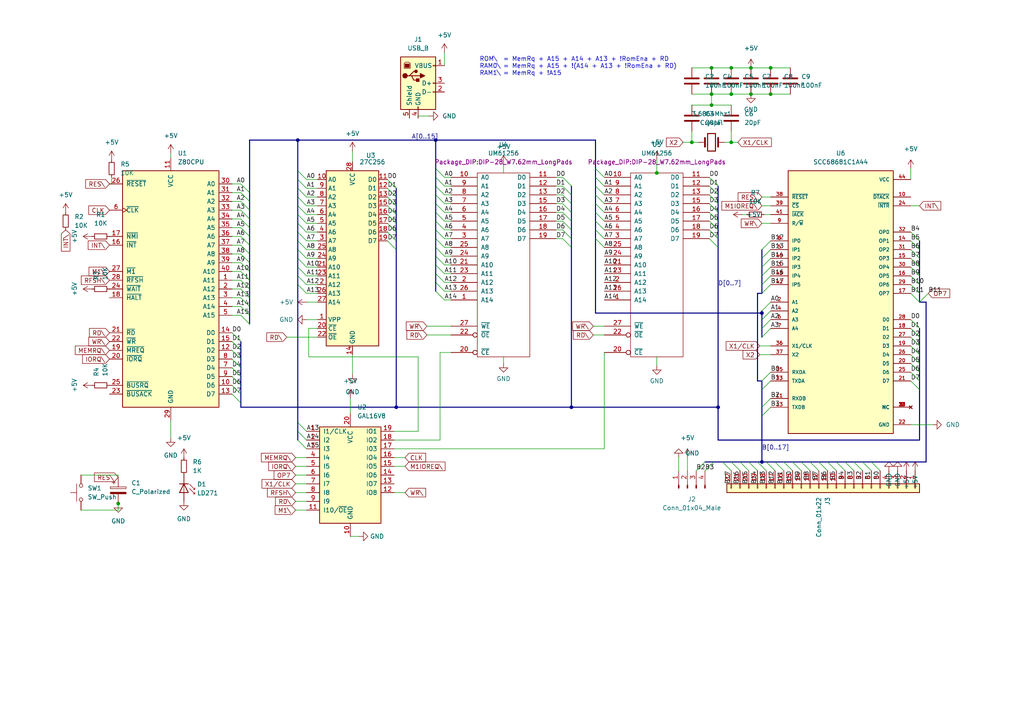
<source format=kicad_sch>
(kicad_sch (version 20211123) (generator eeschema)
  (paper "A4")
  (junction (at 86.36 40.64))
  (junction (at 34.29 146.05))
  (junction (at 208.28 118.11))
  (junction (at 223.52 19.685))
  (junction (at 190.5 50.165))
  (junction (at 114.935 118.11))
  (junction (at 165.735 118.11))
  (junction (at 206.375 30.48))
  (junction (at 206.375 27.305))
  (junction (at 212.09 41.275))
  (junction (at 220.98 90.805))
  (junction (at 200.66 41.275))
  (junction (at 206.375 19.685))
  (junction (at 223.52 27.305))
  (junction (at 126.365 40.64))
  (junction (at 217.805 27.305))
  (junction (at 212.09 27.305))
  (junction (at 217.805 19.685))
  (junction (at 212.09 19.685))
  (junction (at 220.98 133.985))
  (bus_entry (at 223.52 107.95) (size -2.54 2.54))
  (bus_entry (at 72.39 55.88) (size -2.54 -2.54))
  (bus_entry (at 86.36 122.555) (size 2.54 2.54))
  (bus_entry (at 86.36 127.635) (size 2.54 2.54))
  (bus_entry (at 86.36 125.095) (size 2.54 2.54))
  (bus_entry (at 86.36 52.07) (size 2.54 2.54))
  (bus_entry (at 86.36 54.61) (size 2.54 2.54))
  (bus_entry (at 86.36 57.15) (size 2.54 2.54))
  (bus_entry (at 86.36 64.77) (size 2.54 2.54))
  (bus_entry (at 86.36 67.31) (size 2.54 2.54))
  (bus_entry (at 86.36 69.85) (size 2.54 2.54))
  (bus_entry (at 86.36 72.39) (size 2.54 2.54))
  (bus_entry (at 86.36 74.93) (size 2.54 2.54))
  (bus_entry (at 86.36 77.47) (size 2.54 2.54))
  (bus_entry (at 86.36 59.69) (size 2.54 2.54))
  (bus_entry (at 86.36 62.23) (size 2.54 2.54))
  (bus_entry (at 86.36 82.55) (size 2.54 2.54))
  (bus_entry (at 86.36 80.01) (size 2.54 2.54))
  (bus_entry (at 69.85 91.44) (size 2.54 2.54))
  (bus_entry (at 172.72 61.595) (size 2.54 2.54))
  (bus_entry (at 172.72 59.055) (size 2.54 2.54))
  (bus_entry (at 172.72 64.135) (size 2.54 2.54))
  (bus_entry (at 172.72 66.675) (size 2.54 2.54))
  (bus_entry (at 172.72 69.215) (size 2.54 2.54))
  (bus_entry (at 172.72 48.895) (size 2.54 2.54))
  (bus_entry (at 172.72 51.435) (size 2.54 2.54))
  (bus_entry (at 172.72 53.975) (size 2.54 2.54))
  (bus_entry (at 172.72 56.515) (size 2.54 2.54))
  (bus_entry (at 264.16 67.31) (size 2.54 2.54))
  (bus_entry (at 264.16 82.55) (size 2.54 2.54))
  (bus_entry (at 264.16 85.09) (size 2.54 2.54))
  (bus_entry (at 264.16 80.01) (size 2.54 2.54))
  (bus_entry (at 264.16 69.85) (size 2.54 2.54))
  (bus_entry (at 264.16 72.39) (size 2.54 2.54))
  (bus_entry (at 264.16 74.93) (size 2.54 2.54))
  (bus_entry (at 264.16 77.47) (size 2.54 2.54))
  (bus_entry (at 205.74 51.435) (size 2.54 2.54))
  (bus_entry (at 205.74 66.675) (size 2.54 2.54))
  (bus_entry (at 205.74 69.215) (size 2.54 2.54))
  (bus_entry (at 205.74 59.055) (size 2.54 2.54))
  (bus_entry (at 205.74 61.595) (size 2.54 2.54))
  (bus_entry (at 205.74 64.135) (size 2.54 2.54))
  (bus_entry (at 205.74 53.975) (size 2.54 2.54))
  (bus_entry (at 205.74 56.515) (size 2.54 2.54))
  (bus_entry (at 220.98 97.79) (size 2.54 -2.54))
  (bus_entry (at 126.365 81.915) (size 2.54 2.54))
  (bus_entry (at 126.365 74.295) (size 2.54 2.54))
  (bus_entry (at 126.365 76.835) (size 2.54 2.54))
  (bus_entry (at 126.365 79.375) (size 2.54 2.54))
  (bus_entry (at 126.365 48.895) (size 2.54 2.54))
  (bus_entry (at 126.365 51.435) (size 2.54 2.54))
  (bus_entry (at 126.365 53.975) (size 2.54 2.54))
  (bus_entry (at 126.365 56.515) (size 2.54 2.54))
  (bus_entry (at 126.365 59.055) (size 2.54 2.54))
  (bus_entry (at 126.365 61.595) (size 2.54 2.54))
  (bus_entry (at 126.365 64.135) (size 2.54 2.54))
  (bus_entry (at 126.365 66.675) (size 2.54 2.54))
  (bus_entry (at 126.365 69.215) (size 2.54 2.54))
  (bus_entry (at 126.365 71.755) (size 2.54 2.54))
  (bus_entry (at 126.365 84.455) (size 2.54 2.54))
  (bus_entry (at 112.395 64.77) (size 2.54 2.54))
  (bus_entry (at 112.395 67.31) (size 2.54 2.54))
  (bus_entry (at 112.395 69.85) (size 2.54 2.54))
  (bus_entry (at 112.395 57.15) (size 2.54 2.54))
  (bus_entry (at 112.395 59.69) (size 2.54 2.54))
  (bus_entry (at 112.395 62.23) (size 2.54 2.54))
  (bus_entry (at 112.395 52.07) (size 2.54 2.54))
  (bus_entry (at 112.395 54.61) (size 2.54 2.54))
  (bus_entry (at 69.85 88.9) (size 2.54 2.54))
  (bus_entry (at 220.98 95.25) (size 2.54 -2.54))
  (bus_entry (at 220.98 92.71) (size 2.54 -2.54))
  (bus_entry (at 220.98 90.17) (size 2.54 -2.54))
  (bus_entry (at 67.31 96.52) (size 2.54 2.54))
  (bus_entry (at 67.31 101.6) (size 2.54 2.54))
  (bus_entry (at 67.31 99.06) (size 2.54 2.54))
  (bus_entry (at 67.31 106.68) (size 2.54 2.54))
  (bus_entry (at 67.31 104.14) (size 2.54 2.54))
  (bus_entry (at 67.31 109.22) (size 2.54 2.54))
  (bus_entry (at 67.31 111.76) (size 2.54 2.54))
  (bus_entry (at 67.31 114.3) (size 2.54 2.54))
  (bus_entry (at 69.85 81.28) (size 2.54 2.54))
  (bus_entry (at 69.85 83.82) (size 2.54 2.54))
  (bus_entry (at 69.85 86.36) (size 2.54 2.54))
  (bus_entry (at 69.85 66.04) (size 2.54 2.54))
  (bus_entry (at 69.85 68.58) (size 2.54 2.54))
  (bus_entry (at 69.85 71.12) (size 2.54 2.54))
  (bus_entry (at 69.85 73.66) (size 2.54 2.54))
  (bus_entry (at 69.85 76.2) (size 2.54 2.54))
  (bus_entry (at 69.85 78.74) (size 2.54 2.54))
  (bus_entry (at 69.85 60.96) (size 2.54 2.54))
  (bus_entry (at 69.85 63.5) (size 2.54 2.54))
  (bus_entry (at 69.85 55.88) (size 2.54 2.54))
  (bus_entry (at 242.57 133.985) (size 2.54 2.54))
  (bus_entry (at 234.95 133.985) (size 2.54 2.54))
  (bus_entry (at 232.41 133.985) (size 2.54 2.54))
  (bus_entry (at 240.03 133.985) (size 2.54 2.54))
  (bus_entry (at 237.49 133.985) (size 2.54 2.54))
  (bus_entry (at 224.79 133.985) (size 2.54 2.54))
  (bus_entry (at 222.25 133.985) (size 2.54 2.54))
  (bus_entry (at 219.71 133.985) (size 2.54 2.54))
  (bus_entry (at 217.17 133.985) (size 2.54 2.54))
  (bus_entry (at 214.63 133.985) (size 2.54 2.54))
  (bus_entry (at 212.09 133.985) (size 2.54 2.54))
  (bus_entry (at 209.55 133.985) (size 2.54 2.54))
  (bus_entry (at 250.19 133.985) (size 2.54 2.54))
  (bus_entry (at 252.73 133.985) (size 2.54 2.54))
  (bus_entry (at 229.87 133.985) (size 2.54 2.54))
  (bus_entry (at 227.33 133.985) (size 2.54 2.54))
  (bus_entry (at 247.65 133.985) (size 2.54 2.54))
  (bus_entry (at 245.11 133.985) (size 2.54 2.54))
  (bus_entry (at 163.195 51.435) (size 2.54 2.54))
  (bus_entry (at 163.195 53.975) (size 2.54 2.54))
  (bus_entry (at 163.195 61.595) (size 2.54 2.54))
  (bus_entry (at 163.195 64.135) (size 2.54 2.54))
  (bus_entry (at 163.195 66.675) (size 2.54 2.54))
  (bus_entry (at 163.195 69.215) (size 2.54 2.54))
  (bus_entry (at 163.195 56.515) (size 2.54 2.54))
  (bus_entry (at 163.195 59.055) (size 2.54 2.54))
  (bus_entry (at 269.24 85.09) (size -2.54 2.54))
  (bus_entry (at 264.16 110.49) (size 2.54 2.54))
  (bus_entry (at 264.16 97.79) (size 2.54 2.54))
  (bus_entry (at 264.16 100.33) (size 2.54 2.54))
  (bus_entry (at 264.16 102.87) (size 2.54 2.54))
  (bus_entry (at 264.16 105.41) (size 2.54 2.54))
  (bus_entry (at 264.16 107.95) (size 2.54 2.54))
  (bus_entry (at 264.16 92.71) (size 2.54 2.54))
  (bus_entry (at 264.16 95.25) (size 2.54 2.54))
  (bus_entry (at 86.36 49.53) (size 2.54 2.54))
  (bus_entry (at 69.85 58.42) (size 2.54 2.54))
  (bus_entry (at 223.52 69.85) (size -2.54 2.54))
  (bus_entry (at 223.52 72.39) (size -2.54 2.54))
  (bus_entry (at 223.52 74.93) (size -2.54 2.54))
  (bus_entry (at 223.52 77.47) (size -2.54 2.54))
  (bus_entry (at 223.52 80.01) (size -2.54 2.54))
  (bus_entry (at 223.52 82.55) (size -2.54 2.54))
  (bus_entry (at 204.47 136.525) (size 2.54 -2.54))
  (bus_entry (at 201.93 136.525) (size 2.54 -2.54))
  (bus_entry (at 220.98 113.03) (size 2.54 -2.54))
  (bus_entry (at 220.98 118.11) (size 2.54 -2.54))
  (bus_entry (at 220.98 120.65) (size 2.54 -2.54))
  (bus (pts (xy 72.39 63.5) (xy 72.39 60.96)))
  (wire (pts (xy 217.805 19.685) (xy 223.52 19.685)))
  (wire (pts (xy 67.31 76.2) (xy 69.85 76.2)))
  (wire (pts (xy 32.385 53.34) (xy 31.75 53.34)))
  (bus (pts (xy 72.39 83.82) (xy 72.39 81.28)))
  (bus (pts (xy 69.85 111.76) (xy 69.85 114.3)))
  (wire (pts (xy 199.39 132.715) (xy 199.39 136.525)))
  (wire (pts (xy 206.375 30.48) (xy 212.09 30.48)))
  (bus (pts (xy 72.39 58.42) (xy 72.39 55.88)))
  (bus (pts (xy 69.85 114.3) (xy 69.85 116.84)))
  (wire (pts (xy 196.85 132.715) (xy 196.85 136.525)))
  (bus (pts (xy 266.7 85.09) (xy 266.7 87.63)))
  (wire (pts (xy 88.9 72.39) (xy 92.075 72.39)))
  (wire (pts (xy 264.16 123.19) (xy 270.51 123.19)))
  (bus (pts (xy 220.98 92.71) (xy 220.98 95.25)))
  (wire (pts (xy 198.12 41.275) (xy 200.66 41.275)))
  (bus (pts (xy 266.7 107.95) (xy 266.7 110.49)))
  (bus (pts (xy 212.09 133.985) (xy 214.63 133.985)))
  (wire (pts (xy 121.285 125.095) (xy 121.285 103.505)))
  (wire (pts (xy 102.235 43.815) (xy 102.235 46.99)))
  (wire (pts (xy 67.31 68.58) (xy 69.85 68.58)))
  (wire (pts (xy 85.725 140.335) (xy 88.9 140.335)))
  (bus (pts (xy 86.36 77.47) (xy 86.36 80.01)))
  (bus (pts (xy 126.365 56.515) (xy 126.365 59.055)))
  (wire (pts (xy 88.9 80.01) (xy 92.075 80.01)))
  (wire (pts (xy 264.16 48.895) (xy 264.16 52.07)))
  (wire (pts (xy 190.5 46.355) (xy 190.5 50.165)))
  (bus (pts (xy 172.72 61.595) (xy 172.72 64.135)))
  (bus (pts (xy 72.39 40.64) (xy 72.39 55.88)))
  (bus (pts (xy 266.7 100.33) (xy 266.7 102.87)))
  (wire (pts (xy 67.31 73.66) (xy 69.85 73.66)))
  (wire (pts (xy 128.905 53.975) (xy 130.81 53.975)))
  (wire (pts (xy 200.66 27.305) (xy 206.375 27.305)))
  (bus (pts (xy 114.935 62.23) (xy 114.935 64.77)))
  (bus (pts (xy 86.36 52.07) (xy 86.36 54.61)))
  (bus (pts (xy 229.87 133.985) (xy 232.41 133.985)))
  (wire (pts (xy 128.905 71.755) (xy 130.81 71.755)))
  (bus (pts (xy 266.7 102.87) (xy 266.7 105.41)))
  (bus (pts (xy 86.36 54.61) (xy 86.36 57.15)))
  (bus (pts (xy 72.39 86.36) (xy 72.39 83.82)))
  (wire (pts (xy 123.825 97.155) (xy 130.81 97.155)))
  (wire (pts (xy 88.9 67.31) (xy 92.075 67.31)))
  (bus (pts (xy 114.935 118.11) (xy 165.735 118.11)))
  (wire (pts (xy 172.085 97.155) (xy 175.26 97.155)))
  (wire (pts (xy 128.905 59.055) (xy 130.81 59.055)))
  (bus (pts (xy 126.365 71.755) (xy 126.365 74.295)))
  (bus (pts (xy 250.19 133.985) (xy 252.73 133.985)))
  (bus (pts (xy 126.365 51.435) (xy 126.365 53.975)))
  (bus (pts (xy 126.365 76.835) (xy 126.365 79.375)))
  (bus (pts (xy 114.935 72.39) (xy 114.935 118.11)))
  (bus (pts (xy 172.72 66.675) (xy 172.72 69.215)))
  (bus (pts (xy 172.72 53.975) (xy 172.72 56.515)))
  (wire (pts (xy 23.495 137.795) (xy 34.29 137.795)))
  (bus (pts (xy 220.98 80.01) (xy 220.98 82.55)))
  (wire (pts (xy 161.29 53.975) (xy 163.195 53.975)))
  (bus (pts (xy 72.39 91.44) (xy 72.39 93.98)))
  (wire (pts (xy 146.05 103.505) (xy 146.05 105.41)))
  (wire (pts (xy 85.725 135.255) (xy 88.9 135.255)))
  (bus (pts (xy 86.36 125.095) (xy 86.36 127.635)))
  (wire (pts (xy 67.31 86.36) (xy 69.85 86.36)))
  (wire (pts (xy 121.285 33.655) (xy 121.285 34.29)))
  (bus (pts (xy 208.28 59.055) (xy 208.28 61.595)))
  (bus (pts (xy 126.365 61.595) (xy 126.365 64.135)))
  (wire (pts (xy 88.9 59.69) (xy 92.075 59.69)))
  (wire (pts (xy 67.31 66.04) (xy 69.85 66.04)))
  (wire (pts (xy 34.29 146.05) (xy 34.29 147.955)))
  (wire (pts (xy 220.98 57.15) (xy 223.52 57.15)))
  (bus (pts (xy 266.7 105.41) (xy 266.7 107.95)))
  (wire (pts (xy 89.535 95.25) (xy 92.075 95.25)))
  (bus (pts (xy 208.28 66.675) (xy 208.28 69.215)))
  (bus (pts (xy 69.85 99.06) (xy 69.85 101.6)))
  (bus (pts (xy 72.39 40.64) (xy 86.36 40.64)))
  (wire (pts (xy 161.29 56.515) (xy 163.195 56.515)))
  (wire (pts (xy 206.375 19.685) (xy 212.09 19.685)))
  (bus (pts (xy 220.98 95.25) (xy 220.98 97.79)))
  (wire (pts (xy 128.905 69.215) (xy 130.81 69.215)))
  (bus (pts (xy 220.98 74.93) (xy 220.98 77.47)))
  (wire (pts (xy 114.3 125.095) (xy 121.285 125.095)))
  (bus (pts (xy 172.72 48.895) (xy 172.72 51.435)))
  (wire (pts (xy 161.29 61.595) (xy 163.195 61.595)))
  (wire (pts (xy 175.26 102.235) (xy 175.26 130.175)))
  (wire (pts (xy 34.29 144.145) (xy 34.29 146.05)))
  (bus (pts (xy 126.365 48.895) (xy 126.365 51.435)))
  (bus (pts (xy 165.735 59.055) (xy 165.735 61.595)))
  (bus (pts (xy 220.98 110.49) (xy 219.71 110.49)))
  (wire (pts (xy 85.725 142.875) (xy 88.9 142.875)))
  (wire (pts (xy 128.905 74.295) (xy 130.81 74.295)))
  (wire (pts (xy 88.9 52.07) (xy 92.075 52.07)))
  (bus (pts (xy 126.365 53.975) (xy 126.365 56.515)))
  (bus (pts (xy 208.28 56.515) (xy 208.28 59.055)))
  (bus (pts (xy 114.935 67.31) (xy 114.935 69.85)))
  (bus (pts (xy 86.36 69.85) (xy 86.36 72.39)))
  (bus (pts (xy 72.39 66.04) (xy 72.39 63.5)))
  (wire (pts (xy 85.725 145.415) (xy 88.9 145.415)))
  (bus (pts (xy 219.71 85.09) (xy 220.98 85.09)))
  (bus (pts (xy 86.36 64.77) (xy 86.36 67.31)))
  (bus (pts (xy 86.36 74.93) (xy 86.36 77.47)))
  (wire (pts (xy 161.29 59.055) (xy 163.195 59.055)))
  (bus (pts (xy 266.7 110.49) (xy 266.7 113.03)))
  (bus (pts (xy 72.39 71.12) (xy 72.39 68.58)))
  (wire (pts (xy 67.31 78.74) (xy 69.85 78.74)))
  (bus (pts (xy 220.98 113.03) (xy 220.98 118.11)))
  (wire (pts (xy 200.66 38.1) (xy 200.66 41.275)))
  (bus (pts (xy 266.7 113.03) (xy 266.7 127.635)))
  (bus (pts (xy 172.72 64.135) (xy 172.72 66.675)))
  (bus (pts (xy 220.98 82.55) (xy 220.98 85.09)))
  (bus (pts (xy 207.01 133.985) (xy 209.55 133.985)))
  (wire (pts (xy 128.905 64.135) (xy 130.81 64.135)))
  (bus (pts (xy 126.365 40.64) (xy 172.72 40.64)))
  (wire (pts (xy 85.725 137.795) (xy 88.9 137.795)))
  (wire (pts (xy 128.905 76.835) (xy 130.81 76.835)))
  (wire (pts (xy 175.26 130.175) (xy 114.3 130.175)))
  (bus (pts (xy 114.935 59.69) (xy 114.935 62.23)))
  (bus (pts (xy 165.735 56.515) (xy 165.735 59.055)))
  (wire (pts (xy 128.905 15.24) (xy 128.905 19.05)))
  (bus (pts (xy 114.935 69.85) (xy 114.935 72.39)))
  (bus (pts (xy 220.98 120.65) (xy 220.98 133.985)))
  (bus (pts (xy 217.17 133.985) (xy 219.71 133.985)))
  (wire (pts (xy 85.725 132.715) (xy 88.9 132.715)))
  (bus (pts (xy 266.7 87.63) (xy 268.605 87.63)))
  (wire (pts (xy 220.345 100.33) (xy 223.52 100.33)))
  (wire (pts (xy 212.09 27.305) (xy 217.805 27.305)))
  (bus (pts (xy 219.71 133.985) (xy 220.98 133.985)))
  (wire (pts (xy 128.905 66.675) (xy 130.81 66.675)))
  (bus (pts (xy 172.72 56.515) (xy 172.72 59.055)))
  (bus (pts (xy 72.39 81.28) (xy 72.39 78.74)))
  (wire (pts (xy 220.345 102.87) (xy 223.52 102.87)))
  (bus (pts (xy 247.65 133.985) (xy 250.19 133.985)))
  (wire (pts (xy 212.09 41.275) (xy 213.995 41.275)))
  (wire (pts (xy 212.09 19.685) (xy 217.805 19.685)))
  (wire (pts (xy 88.9 87.63) (xy 92.075 87.63)))
  (bus (pts (xy 165.735 66.675) (xy 165.735 69.215)))
  (wire (pts (xy 206.375 27.305) (xy 206.375 30.48)))
  (bus (pts (xy 86.36 80.01) (xy 86.36 82.55)))
  (wire (pts (xy 210.185 41.275) (xy 212.09 41.275)))
  (bus (pts (xy 208.28 69.215) (xy 208.28 71.755)))
  (bus (pts (xy 69.85 118.11) (xy 114.935 118.11)))
  (bus (pts (xy 114.935 54.61) (xy 114.935 57.15)))
  (wire (pts (xy 88.9 54.61) (xy 92.075 54.61)))
  (bus (pts (xy 220.98 133.985) (xy 222.25 133.985)))
  (bus (pts (xy 209.55 133.985) (xy 212.09 133.985)))
  (bus (pts (xy 165.735 61.595) (xy 165.735 64.135)))
  (bus (pts (xy 266.7 97.79) (xy 266.7 100.33)))
  (wire (pts (xy 102.235 102.87) (xy 102.235 108.585)))
  (bus (pts (xy 227.33 133.985) (xy 229.87 133.985)))
  (bus (pts (xy 220.98 77.47) (xy 220.98 80.01)))
  (wire (pts (xy 206.375 27.305) (xy 212.09 27.305)))
  (wire (pts (xy 212.09 41.275) (xy 212.09 38.1)))
  (wire (pts (xy 128.905 84.455) (xy 130.81 84.455)))
  (bus (pts (xy 266.7 74.93) (xy 266.7 77.47)))
  (wire (pts (xy 67.31 58.42) (xy 69.85 58.42)))
  (bus (pts (xy 165.735 53.975) (xy 165.735 56.515)))
  (bus (pts (xy 220.98 90.17) (xy 220.98 90.805)))
  (bus (pts (xy 234.95 133.985) (xy 237.49 133.985)))
  (wire (pts (xy 88.9 92.71) (xy 92.075 92.71)))
  (bus (pts (xy 232.41 133.985) (xy 234.95 133.985)))
  (bus (pts (xy 172.72 59.055) (xy 172.72 61.595)))
  (bus (pts (xy 72.39 68.58) (xy 72.39 66.04)))
  (wire (pts (xy 128.905 79.375) (xy 130.81 79.375)))
  (wire (pts (xy 128.905 51.435) (xy 130.81 51.435)))
  (bus (pts (xy 69.85 109.22) (xy 69.85 111.76)))
  (bus (pts (xy 220.98 90.805) (xy 220.98 92.71)))
  (bus (pts (xy 126.365 79.375) (xy 126.365 81.915)))
  (wire (pts (xy 114.3 132.715) (xy 117.475 132.715)))
  (wire (pts (xy 128.905 86.995) (xy 130.81 86.995)))
  (bus (pts (xy 172.72 90.805) (xy 220.98 90.805)))
  (bus (pts (xy 72.39 88.9) (xy 72.39 86.36)))
  (bus (pts (xy 126.365 40.64) (xy 126.365 48.895)))
  (bus (pts (xy 219.71 110.49) (xy 219.71 85.09)))
  (bus (pts (xy 266.7 95.25) (xy 266.7 97.79)))
  (wire (pts (xy 121.285 103.505) (xy 89.535 103.505)))
  (wire (pts (xy 123.825 94.615) (xy 130.81 94.615)))
  (wire (pts (xy 89.535 95.25) (xy 89.535 103.505)))
  (bus (pts (xy 214.63 133.985) (xy 217.17 133.985)))
  (bus (pts (xy 86.36 82.55) (xy 86.36 122.555)))
  (bus (pts (xy 86.36 59.69) (xy 86.36 62.23)))
  (bus (pts (xy 240.03 133.985) (xy 242.57 133.985)))
  (wire (pts (xy 88.9 57.15) (xy 92.075 57.15)))
  (wire (pts (xy 67.31 83.82) (xy 69.85 83.82)))
  (bus (pts (xy 220.98 110.49) (xy 220.98 113.03)))
  (wire (pts (xy 67.31 71.12) (xy 69.85 71.12)))
  (wire (pts (xy 49.53 44.45) (xy 49.53 45.72)))
  (bus (pts (xy 69.85 116.84) (xy 69.85 118.11)))
  (wire (pts (xy 83.185 97.79) (xy 92.075 97.79)))
  (wire (pts (xy 32.385 51.435) (xy 32.385 53.34)))
  (bus (pts (xy 126.365 64.135) (xy 126.365 66.675)))
  (wire (pts (xy 88.9 82.55) (xy 92.075 82.55)))
  (bus (pts (xy 208.28 61.595) (xy 208.28 64.135)))
  (bus (pts (xy 172.72 69.215) (xy 172.72 90.805)))
  (wire (pts (xy 114.3 142.875) (xy 117.475 142.875)))
  (bus (pts (xy 69.85 106.68) (xy 69.85 109.22)))
  (bus (pts (xy 266.7 72.39) (xy 266.7 74.93)))
  (wire (pts (xy 88.9 85.09) (xy 92.075 85.09)))
  (bus (pts (xy 172.72 51.435) (xy 172.72 53.975)))
  (wire (pts (xy 221.615 62.23) (xy 223.52 62.23)))
  (wire (pts (xy 190.5 103.505) (xy 190.5 106.045)))
  (bus (pts (xy 86.36 67.31) (xy 86.36 69.85)))
  (bus (pts (xy 86.36 72.39) (xy 86.36 74.93)))
  (wire (pts (xy 34.29 137.795) (xy 34.29 138.43)))
  (bus (pts (xy 69.85 104.14) (xy 69.85 106.68)))
  (wire (pts (xy 67.31 88.9) (xy 69.85 88.9)))
  (wire (pts (xy 67.31 63.5) (xy 69.85 63.5)))
  (wire (pts (xy 128.905 56.515) (xy 130.81 56.515)))
  (wire (pts (xy 88.9 77.47) (xy 92.075 77.47)))
  (wire (pts (xy 220.98 59.69) (xy 223.52 59.69)))
  (bus (pts (xy 208.28 118.11) (xy 208.28 127.635)))
  (wire (pts (xy 161.29 64.135) (xy 163.195 64.135)))
  (wire (pts (xy 127.635 127.635) (xy 127.635 102.235)))
  (wire (pts (xy 88.9 74.93) (xy 92.075 74.93)))
  (wire (pts (xy 161.29 51.435) (xy 163.195 51.435)))
  (bus (pts (xy 165.735 71.755) (xy 165.735 118.11)))
  (bus (pts (xy 242.57 133.985) (xy 245.11 133.985)))
  (bus (pts (xy 222.25 133.985) (xy 224.79 133.985)))
  (wire (pts (xy 127.635 102.235) (xy 130.81 102.235)))
  (bus (pts (xy 69.85 101.6) (xy 69.85 104.14)))
  (bus (pts (xy 126.365 59.055) (xy 126.365 61.595)))
  (bus (pts (xy 237.49 133.985) (xy 240.03 133.985)))
  (wire (pts (xy 264.16 59.69) (xy 266.7 59.69)))
  (wire (pts (xy 114.3 135.255) (xy 117.475 135.255)))
  (bus (pts (xy 266.7 82.55) (xy 266.7 85.09)))
  (bus (pts (xy 208.28 127.635) (xy 266.7 127.635)))
  (bus (pts (xy 72.39 88.9) (xy 72.39 91.44)))
  (wire (pts (xy 128.905 81.915) (xy 130.81 81.915)))
  (bus (pts (xy 172.72 40.64) (xy 172.72 48.895)))
  (bus (pts (xy 165.735 64.135) (xy 165.735 66.675)))
  (bus (pts (xy 72.39 73.66) (xy 72.39 71.12)))
  (bus (pts (xy 245.11 133.985) (xy 247.65 133.985)))
  (bus (pts (xy 268.605 133.985) (xy 252.73 133.985)))
  (bus (pts (xy 86.36 57.15) (xy 86.36 59.69)))
  (bus (pts (xy 72.39 76.2) (xy 72.39 73.66)))
  (bus (pts (xy 266.7 77.47) (xy 266.7 80.01)))
  (wire (pts (xy 124.46 33.655) (xy 121.285 33.655)))
  (wire (pts (xy 220.98 64.77) (xy 223.52 64.77)))
  (wire (pts (xy 67.31 60.96) (xy 69.85 60.96)))
  (wire (pts (xy 101.6 155.575) (xy 104.14 155.575)))
  (bus (pts (xy 126.365 66.675) (xy 126.365 69.215)))
  (bus (pts (xy 224.79 133.985) (xy 227.33 133.985)))
  (wire (pts (xy 88.9 64.77) (xy 92.075 64.77)))
  (bus (pts (xy 204.47 133.985) (xy 207.01 133.985)))
  (wire (pts (xy 88.9 69.85) (xy 92.075 69.85)))
  (bus (pts (xy 126.365 69.215) (xy 126.365 71.755)))
  (bus (pts (xy 86.36 62.23) (xy 86.36 64.77)))
  (wire (pts (xy 200.66 30.48) (xy 206.375 30.48)))
  (bus (pts (xy 220.98 72.39) (xy 220.98 74.93)))
  (bus (pts (xy 165.735 69.215) (xy 165.735 71.755)))
  (wire (pts (xy 67.31 55.88) (xy 69.85 55.88)))
  (wire (pts (xy 23.495 147.955) (xy 34.29 147.955)))
  (wire (pts (xy 217.805 27.305) (xy 223.52 27.305)))
  (wire (pts (xy 200.66 41.275) (xy 202.565 41.275)))
  (bus (pts (xy 72.39 78.74) (xy 72.39 76.2)))
  (wire (pts (xy 191.135 50.165) (xy 190.5 50.165)))
  (wire (pts (xy 161.29 66.675) (xy 163.195 66.675)))
  (bus (pts (xy 208.28 53.975) (xy 208.28 56.515)))
  (bus (pts (xy 220.98 118.11) (xy 220.98 120.65)))
  (wire (pts (xy 223.52 27.305) (xy 229.235 27.305)))
  (wire (pts (xy 49.53 121.92) (xy 49.53 127)))
  (bus (pts (xy 114.935 57.15) (xy 114.935 59.69)))
  (wire (pts (xy 128.905 61.595) (xy 130.81 61.595)))
  (bus (pts (xy 126.365 74.295) (xy 126.365 76.835)))
  (bus (pts (xy 208.28 71.755) (xy 208.28 118.11)))
  (bus (pts (xy 165.735 118.11) (xy 208.28 118.11)))
  (bus (pts (xy 86.36 49.53) (xy 86.36 52.07)))
  (bus (pts (xy 268.605 87.63) (xy 268.605 133.985)))
  (wire (pts (xy 215.265 62.23) (xy 216.535 62.23)))
  (wire (pts (xy 200.66 19.685) (xy 206.375 19.685)))
  (wire (pts (xy 223.52 19.685) (xy 229.235 19.685)))
  (wire (pts (xy 146.05 47.625) (xy 146.05 50.165)))
  (wire (pts (xy 67.31 53.34) (xy 69.85 53.34)))
  (wire (pts (xy 88.9 62.23) (xy 92.075 62.23)))
  (bus (pts (xy 86.36 40.64) (xy 86.36 49.53)))
  (bus (pts (xy 86.36 122.555) (xy 86.36 125.095)))
  (wire (pts (xy 127.635 127.635) (xy 114.3 127.635)))
  (wire (pts (xy 161.29 69.215) (xy 163.195 69.215)))
  (wire (pts (xy 101.6 115.57) (xy 101.6 120.015)))
  (bus (pts (xy 86.36 40.64) (xy 126.365 40.64)))
  (bus (pts (xy 72.39 60.96) (xy 72.39 58.42)))
  (bus (pts (xy 126.365 81.915) (xy 126.365 84.455)))
  (bus (pts (xy 266.7 69.85) (xy 266.7 72.39)))
  (bus (pts (xy 266.7 80.01) (xy 266.7 82.55)))
  (bus (pts (xy 208.28 64.135) (xy 208.28 66.675)))
  (wire (pts (xy 67.31 91.44) (xy 69.85 91.44)))
  (bus (pts (xy 114.935 64.77) (xy 114.935 67.31)))
  (wire (pts (xy 172.085 94.615) (xy 175.26 94.615)))
  (wire (pts (xy 67.31 81.28) (xy 69.85 81.28)))
  (wire (pts (xy 85.725 147.955) (xy 88.9 147.955)))
  (text "ROM\\  = MemRq + A15 + A14 + A13 + !RomEna + RD\nRAM0\\ = MemRq + A15 + !(A14 + A13 + !RomEna + RD)\nRAM1\\ = MemRq + !A15\n\n" (at 139.065 24.13 0) (effects (font (size 1.27 1.27)) (justify left bottom)))
  (label "B4" (at 264.16 67.31 0))
  (label "A4" (at 68.58 63.5 0))
  (label "A13" (at 68.58 86.36 0))
  (label "B1" (at 223.52 110.49 0))
  (label "A8" (at 128.905 71.755 0))
  (label "A13" (at 88.9 85.09 0))
  (label "D2" (at 67.31 101.6 0))
  (label "D1" (at 112.395 54.61 0))
  (label "A9" (at 88.9 74.93 0))
  (label "A11" (at 88.9 80.01 0))
  (label "B4" (at 245.11 136.525 270))
  (label "A6" (at 68.58 68.58 0))
  (label "A7" (at 175.26 69.215 0))
  (label "D7" (at 205.74 69.215 0))
  (label "A14" (at 88.9 127.635 0))
  (label "A12" (at 175.26 81.915 0))
  (label "B2" (at 250.19 136.525 270))
  (label "B12" (at 224.79 136.525 270))
  (label "B15" (at 223.52 77.47 0))
  (label "A5" (at 128.905 64.135 0))
  (label "A0" (at 88.9 52.07 0))
  (label "B10" (at 229.87 136.525 270))
  (label "B13" (at 222.25 136.525 270))
  (label "A13" (at 128.905 84.455 0))
  (label "A1" (at 68.58 55.88 0))
  (label "A5" (at 68.58 66.04 0))
  (label "D3" (at 264.16 100.33 0))
  (label "A3" (at 223.52 95.25 0))
  (label "B1" (at 252.73 136.525 270))
  (label "A3" (at 88.9 59.69 0))
  (label "B2" (at 201.93 136.525 0))
  (label "D2" (at 264.16 97.79 0))
  (label "A0" (at 128.905 51.435 0))
  (label "D3" (at 161.29 59.055 0))
  (label "B8" (at 234.95 136.525 270))
  (label "D6" (at 264.16 107.95 0))
  (label "B7" (at 264.16 74.93 0))
  (label "B0" (at 223.52 107.95 0))
  (label "A9" (at 175.26 74.295 0))
  (label "A2" (at 88.9 57.15 0))
  (label "A10" (at 68.58 78.74 0))
  (label "B12" (at 223.52 69.85 0))
  (label "B3" (at 223.52 118.11 0))
  (label "B16" (at 223.52 80.01 0))
  (label "A9" (at 68.58 76.2 0))
  (label "B6" (at 264.16 72.39 0))
  (label "D6" (at 112.395 67.31 0))
  (label "D3" (at 67.31 104.14 0))
  (label "A9" (at 128.905 74.295 0))
  (label "D5" (at 67.31 109.22 0))
  (label "D0" (at 112.395 52.07 0))
  (label "D0" (at 161.29 51.435 0))
  (label "A6" (at 175.26 66.675 0))
  (label "D4" (at 161.29 61.595 0))
  (label "A3" (at 128.905 59.055 0))
  (label "D5" (at 264.16 105.41 0))
  (label "A12" (at 88.9 82.55 0))
  (label "B3" (at 204.47 136.525 0))
  (label "A13" (at 175.26 84.455 0))
  (label "B14" (at 223.52 74.93 0))
  (label "A4" (at 175.26 61.595 0))
  (label "B0" (at 255.27 136.525 270))
  (label "B17" (at 212.09 136.525 270))
  (label "D5" (at 112.395 64.77 0))
  (label "A5" (at 175.26 64.135 0))
  (label "B3" (at 247.65 136.525 270))
  (label "D[0..7]" (at 208.28 83.185 0))
  (label "D3" (at 112.395 59.69 0))
  (label "A13" (at 88.9 125.095 0))
  (label "D6" (at 67.31 111.76 0))
  (label "B6" (at 240.03 136.525 270))
  (label "D7" (at 67.31 114.3 0))
  (label "D4" (at 264.16 102.87 0))
  (label "B9" (at 264.16 80.01 0))
  (label "D2" (at 161.29 56.515 0))
  (label "A6" (at 88.9 67.31 0))
  (label "A5" (at 88.9 64.77 0))
  (label "A14" (at 128.905 86.995 0))
  (label "A3" (at 175.26 59.055 0))
  (label "A15" (at 68.58 91.44 0))
  (label "D1" (at 264.16 95.25 0))
  (label "A11" (at 128.905 79.375 0))
  (label "D7" (at 112.395 69.85 0))
  (label "A6" (at 128.905 66.675 0))
  (label "A8" (at 88.9 72.39 0))
  (label "B11" (at 269.24 85.09 0))
  (label "D2" (at 205.74 56.515 0))
  (label "B5" (at 264.16 69.85 0))
  (label "B5" (at 242.57 136.525 270))
  (label "A10" (at 88.9 77.47 0))
  (label "A[0..15]" (at 119.38 40.64 0))
  (label "D2" (at 112.395 57.15 0))
  (label "B16" (at 214.63 136.525 270))
  (label "D4" (at 112.395 62.23 0))
  (label "A1" (at 175.26 53.975 0))
  (label "A7" (at 128.905 69.215 0))
  (label "A11" (at 175.26 79.375 0))
  (label "D0" (at 205.74 51.435 0))
  (label "B17" (at 223.52 82.55 0))
  (label "D1" (at 205.74 53.975 0))
  (label "B2" (at 223.52 115.57 0))
  (label "B[0..17]" (at 220.98 130.81 0))
  (label "B9" (at 232.41 136.525 270))
  (label "A12" (at 128.905 81.915 0))
  (label "A2" (at 223.52 92.71 0))
  (label "B11" (at 227.33 136.525 270))
  (label "A1" (at 128.905 53.975 0))
  (label "D6" (at 205.74 66.675 0))
  (label "B7" (at 237.49 136.525 270))
  (label "A2" (at 128.905 56.515 0))
  (label "A10" (at 128.905 76.835 0))
  (label "A0" (at 175.26 51.435 0))
  (label "A7" (at 68.58 71.12 0))
  (label "D5" (at 161.29 64.135 0))
  (label "A11" (at 68.58 81.28 0))
  (label "B13" (at 223.52 72.39 0))
  (label "B8" (at 264.16 77.47 0))
  (label "A1" (at 88.9 54.61 0))
  (label "A4" (at 128.905 61.595 0))
  (label "D6" (at 161.29 66.675 0))
  (label "D7" (at 264.16 110.49 0))
  (label "A2" (at 68.58 58.42 0))
  (label "A0" (at 223.52 87.63 0))
  (label "D7" (at 161.29 69.215 0))
  (label "D1" (at 67.31 99.06 0))
  (label "B11" (at 264.16 85.09 0))
  (label "D3" (at 205.74 59.055 0))
  (label "A8" (at 175.26 71.755 0))
  (label "D5" (at 205.74 64.135 0))
  (label "A14" (at 68.58 88.9 0))
  (label "A10" (at 175.26 76.835 0))
  (label "A12" (at 68.58 83.82 0))
  (label "A4" (at 88.9 62.23 0))
  (label "A1" (at 223.52 90.17 0))
  (label "B10" (at 264.16 82.55 0))
  (label "A0" (at 68.58 53.34 0))
  (label "D4" (at 67.31 106.68 0))
  (label "A7" (at 88.9 69.85 0))
  (label "B14" (at 219.71 136.525 270))
  (label "A8" (at 68.58 73.66 0))
  (label "D4" (at 205.74 61.595 0))
  (label "A15" (at 88.9 130.175 0))
  (label "A3" (at 68.58 60.96 0))
  (label "A14" (at 175.26 86.995 0))
  (label "D1" (at 161.29 53.975 0))
  (label "D0" (at 67.31 96.52 0))
  (label "B15" (at 217.17 136.525 270))
  (label "D0" (at 264.16 92.71 0))
  (label "A2" (at 175.26 56.515 0))
  (global_label "RD\\" (shape input) (at 31.75 96.52 180) (property "Intersheet References" "${INTERSHEET_REFS}" (effects hide)))
  (global_label "RES\\" (shape input) (at 220.98 57.15 180) (property "Intersheet References" "${INTERSHEET_REFS}" (effects hide)))
  (global_label "RD\\" (shape input) (at 85.725 145.415 180) (property "Intersheet References" "${INTERSHEET_REFS}" (effects hide)))
  (global_label "CLK" (shape input) (at 117.475 132.715 0) (property "Intersheet References" "${INTERSHEET_REFS}" (effects hide)))
  (global_label "RD\\" (shape input) (at 83.185 97.79 180) (property "Intersheet References" "${INTERSHEET_REFS}" (effects hide)))
  (global_label "M1IOREQ\\" (shape input) (at 220.98 59.69 180) (property "Intersheet References" "${INTERSHEET_REFS}" (effects hide)))
  (global_label "RFSH\\" (shape input) (at 31.75 81.28 180) (property "Intersheet References" "${INTERSHEET_REFS}" (effects hide)))
  (global_label "M1\\" (shape input) (at 85.725 147.955 180) (property "Intersheet References" "${INTERSHEET_REFS}" (effects hide)))
  (global_label "M1\\" (shape input) (at 31.75 78.74 180) (property "Intersheet References" "${INTERSHEET_REFS}" (effects hide)))
  (global_label "RD\\" (shape input) (at 123.825 97.155 180) (property "Intersheet References" "${INTERSHEET_REFS}" (effects hide)))
  (global_label "IORQ\\" (shape input) (at 85.725 135.255 180) (property "Intersheet References" "${INTERSHEET_REFS}" (effects hide)))
  (global_label "M1IOREQ\\" (shape input) (at 117.475 135.255 0) (property "Intersheet References" "${INTERSHEET_REFS}" (effects hide)))
  (global_label "IORQ\\" (shape input) (at 31.75 104.14 180) (property "Intersheet References" "${INTERSHEET_REFS}" (effects hide)))
  (global_label "MEMRQ\\" (shape input) (at 31.75 101.6 180) (property "Intersheet References" "${INTERSHEET_REFS}" (effects hide)))
  (global_label "WR\\" (shape input) (at 117.475 142.875 0) (property "Intersheet References" "${INTERSHEET_REFS}" (effects hide)))
  (global_label "WR\\" (shape input) (at 172.085 94.615 180) (property "Intersheet References" "${INTERSHEET_REFS}" (effects hide)))
  (global_label "WR\\" (shape input) (at 123.825 94.615 180) (property "Intersheet References" "${INTERSHEET_REFS}" (effects hide)))
  (global_label "INT\\" (shape input) (at 31.75 71.12 180) (property "Intersheet References" "${INTERSHEET_REFS}" (effects hide)))
  (global_label "X2" (shape input) (at 198.12 41.275 180) (property "Intersheet References" "${INTERSHEET_REFS}" (effects hide)))
  (global_label "RES\\" (shape input) (at 31.75 53.34 180) (property "Intersheet References" "${INTERSHEET_REFS}" (effects hide)))
  (global_label "RD\\" (shape input) (at 172.085 97.155 180) (property "Intersheet References" "${INTERSHEET_REFS}" (effects hide)))
  (global_label "INT\\" (shape input) (at 266.7 59.69 0) (property "Intersheet References" "${INTERSHEET_REFS}" (effects hide)))
  (global_label "WR\\" (shape input) (at 31.75 99.06 180) (property "Intersheet References" "${INTERSHEET_REFS}" (effects hide)))
  (global_label "RES\\" (shape input) (at 34.29 138.43 180) (property "Intersheet References" "${INTERSHEET_REFS}" (effects hide)))
  (global_label "X2" (shape input) (at 220.345 102.87 180) (property "Intersheet References" "${INTERSHEET_REFS}" (effects hide)))
  (global_label "OP7" (shape input) (at 269.24 85.09 0) (property "Intersheet References" "${INTERSHEET_REFS}" (effects hide)))
  (global_label "CLK" (shape input) (at 31.75 60.96 180) (property "Intersheet References" "${INTERSHEET_REFS}" (effects hide)))
  (global_label "X1{slash}CLK" (shape input) (at 213.995 41.275 0) (property "Intersheet References" "${INTERSHEET_REFS}" (effects hide)))
  (global_label "OP7" (shape input) (at 85.725 137.795 180) (property "Intersheet References" "${INTERSHEET_REFS}" (effects hide)))
  (global_label "X1{slash}CLK" (shape input) (at 220.345 100.33 180) (property "Intersheet References" "${INTERSHEET_REFS}" (effects hide)))
  (global_label "X1{slash}CLK" (shape input) (at 85.725 140.335 180) (property "Intersheet References" "${INTERSHEET_REFS}" (effects hide)))
  (global_label "MEMRQ\\" (shape input) (at 85.725 132.715 180) (property "Intersheet References" "${INTERSHEET_REFS}" (effects hide)))
  (global_label "WR\\" (shape input) (at 220.98 64.77 180) (property "Intersheet References" "${INTERSHEET_REFS}" (effects hide)))
  (global_label "RFSH\\" (shape input) (at 85.725 142.875 180) (property "Intersheet References" "${INTERSHEET_REFS}" (effects hide)))
  (global_label "INT\\" (shape input) (at 19.05 66.675 270) (property "Intersheet References" "${INTERSHEET_REFS}" (effects hide)))
  (symbol (lib_id "Device:C") (at 217.805 23.495 0) (unit 1)
    (property "Reference" "C7" (at 220.98 22.2249 0) (effects (justify left)))
    (property "Value" "100nF" (at 220.98 24.7649 0) (effects (justify left)))
    (property "Footprint" "Connector_PinHeader_2.54mm:PinHeader_1x02_P2.54mm_Vertical" (effects hide))
  )
  (symbol (lib_id "power:+5V") (at 199.39 132.715 0) (unit 1)
    (property "Reference" "#PWR020" (effects hide))
    (property "Value" "+5V" (at 199.39 127 0))
  )
  (symbol (lib_id "power:+5V") (at 26.67 111.76 90) (unit 1)
    (property "Reference" "#PWR?" (effects hide))
    (property "Value" "+5V" (at 21.59 111.76 0))
  )
  (symbol (lib_id "power:GND") (at 102.235 108.585 0) (unit 1)
    (property "Reference" "#PWR011" (effects hide))
    (property "Value" "GND" (at 102.235 113.665 0))
  )
  (symbol (lib_id "Device:R_Small") (at 29.21 83.82 90) (unit 1)
    (property "Reference" "R3" (at 27.9399 81.28 0) (effects (justify left)))
    (property "Value" "10K" (at 30.4799 81.28 0) (effects (justify left)))
    (property "Footprint" "Resistor_THT:R_Axial_DIN0207_L6.3mm_D2.5mm_P10.16mm_Horizontal" (effects hide))
  )
  (symbol (lib_id "power:+5V") (at 262.89 136.525 0) (unit 1)
    (property "Reference" "#PWR027" (effects hide))
    (property "Value" "+5V" (at 262.8901 137.795 90) (effects (justify right)))
  )
  (symbol (lib_id "power:+5V") (at 128.905 15.24 0) (unit 1)
    (property "Reference" "#PWR014" (effects hide))
    (property "Value" "+5V" (at 128.905 10.16 0))
  )
  (symbol (lib_id "power:GND") (at 270.51 123.19 90) (unit 1)
    (property "Reference" "#PWR030" (effects hide))
    (property "Value" "GND" (at 274.32 123.1899 90) (effects (justify right)))
  )
  (symbol (lib_id "Memory_EPROM:27C256") (at 102.235 74.93 0) (unit 1)
    (property "Reference" "U3" (at 106.1594 45.085 0) (effects (justify left)))
    (property "Value" "27C256" (at 104.2544 46.99 0) (effects (justify left)))
    (property "Footprint" "Package_DIP:DIP-28_W15.24mm" (effects hide))
    (property "Datasheet" "http://ww1.microchip.com/downloads/en/DeviceDoc/doc0014.pdf" (effects hide))
  )
  (symbol (lib_id "CPU:Z80CPU") (at 49.53 83.82 0) (unit 1)
    (property "Reference" "U1" (at 51.5494 44.45 0) (effects (justify left)))
    (property "Value" "Z80CPU" (at 51.5494 46.99 0) (effects (justify left)))
    (property "Footprint" "Package_DIP:DIP-40_W15.24mm_Socket_LongPads" (effects hide))
    (property "Datasheet" "www.zilog.com/manage_directlink.php?filepath=docs/z80/um0080" (effects hide))
  )
  (symbol (lib_id "Device:R_Small") (at 32.385 48.895 0) (unit 1)
    (property "Reference" "R5" (at 34.925 47.6249 0) (effects (justify left)))
    (property "Value" "10K" (at 34.925 50.1649 0) (effects (justify left)))
    (property "Footprint" "Resistor_THT:R_Axial_DIN0207_L6.3mm_D2.5mm_P10.16mm_Horizontal" (effects hide))
  )
  (symbol (lib_id "power:+5V") (at 265.43 136.525 0) (unit 1)
    (property "Reference" "#PWR029" (effects hide))
    (property "Value" "+5V" (at 265.4301 137.795 90) (effects (justify right)))
  )
  (symbol (lib_id "LED:LD271") (at 53.34 142.875 270) (unit 1)
    (property "Reference" "D1" (at 57.15 140.4619 90) (effects (justify left)))
    (property "Value" "LD271" (at 57.15 143.0019 90) (effects (justify left)))
    (property "Footprint" "LED_THT:LED_D5.0mm_IRGrey" (effects hide))
    (property "Datasheet" "http://www.alliedelec.com/m/d/40788c34903a719969df15f1fbea1056.pdf" (effects hide))
  )
  (symbol (lib_id "power:+5V") (at 264.16 48.895 0) (unit 1)
    (property "Reference" "#PWR028" (effects hide))
    (property "Value" "+5V" (at 264.16 43.18 0))
  )
  (symbol (lib_id "cbm-steve:UM61256") (at 190.5 74.295 0) (unit 1)
    (property "Reference" "U5" (at 190.5 41.91 0))
    (property "Value" "UM61256" (at 190.5 44.45 0))
    (property "Footprint" "Package_DIP:DIP-28_W7.62mm_LongPads" (at 190.5 46.99 0))
  )
  (symbol (lib_id "power:+5V") (at 190.5 46.355 0) (unit 1)
    (property "Reference" "#PWR017" (effects hide))
    (property "Value" "+5V" (at 190.5 41.275 0))
  )
  (symbol (lib_id "power:+5V") (at 88.9 87.63 90) (unit 1)
    (property "Reference" "#PWR07" (effects hide))
    (property "Value" "+5V" (at 85.09 87.6299 90) (effects (justify left)))
  )
  (symbol (lib_id "Device:C_Polarized") (at 34.29 142.24 0) (unit 1)
    (property "Reference" "C1" (at 38.1 140.0809 0) (effects (justify left)))
    (property "Value" "C_Polarized" (at 38.1 142.6209 0) (effects (justify left)))
    (property "Footprint" "Capacitor_THT:CP_Radial_D5.0mm_P2.50mm" (effects hide))
  )
  (symbol (lib_id "power:+5V") (at 101.6 115.57 0) (unit 1)
    (property "Reference" "#PWR09" (effects hide))
    (property "Value" "+5V" (at 101.6 110.49 0))
  )
  (symbol (lib_id "power:GND") (at 104.14 155.575 90) (unit 1)
    (property "Reference" "#PWR012" (effects hide))
    (property "Value" "GND" (at 107.315 155.5749 90) (effects (justify right)))
  )
  (symbol (lib_id "Device:C") (at 200.66 34.29 0) (unit 1)
    (property "Reference" "C3" (at 204.47 33.0199 0) (effects (justify left)))
    (property "Value" "20pF" (at 204.47 35.5599 0) (effects (justify left)))
    (property "Footprint" "Connector_PinHeader_2.54mm:PinHeader_1x02_P2.54mm_Vertical" (effects hide))
  )
  (symbol (lib_id "power:GND") (at 196.85 132.715 180) (unit 1)
    (property "Reference" "#PWR019" (effects hide))
    (property "Value" "GND" (at 198.755 131.4449 0) (effects (justify right)))
  )
  (symbol (lib_id "power:+5V") (at 102.235 43.815 0) (unit 1)
    (property "Reference" "#PWR010" (effects hide))
    (property "Value" "+5V" (at 102.235 38.735 0))
  )
  (symbol (lib_id "power:+5V") (at 26.67 83.82 90) (unit 1)
    (property "Reference" "#PWR?" (effects hide))
    (property "Value" "+5V" (at 21.59 83.82 0))
  )
  (symbol (lib_id "Logic_Programmable:GAL16V8") (at 101.6 137.795 0) (unit 1)
    (property "Reference" "U2" (at 103.6194 118.11 0) (effects (justify left)))
    (property "Value" "GAL16V8" (at 103.6194 120.65 0) (effects (justify left)))
    (property "Footprint" "Package_DIP:DIP-20_W7.62mm_Socket_LongPads" (effects hide))
  )
  (symbol (lib_id "Switch:SW_Push") (at 23.495 142.875 90) (unit 1)
    (property "Reference" "SW1" (at 25.4 141.6049 90) (effects (justify right)))
    (property "Value" "SW_Push" (at 25.4 144.1449 90) (effects (justify right)))
    (property "Footprint" "Capacitor_THT:C_Rect_L7.5mm_W6.5mm_P5.00mm" (effects hide))
  )
  (symbol (lib_id "Connector:USB_B") (at 121.285 24.13 0) (unit 1)
    (property "Reference" "J1" (at 121.285 11.43 0))
    (property "Value" "USB_B" (at 121.285 13.97 0))
    (property "Footprint" "Connector_USB:USB_B_Lumberg_2411_02_Horizontal" (effects hide))
    (property "Datasheet" " ~" (effects hide))
  )
  (symbol (lib_id "power:GND") (at 124.46 33.655 90) (unit 1)
    (property "Reference" "#PWR013" (effects hide))
    (property "Value" "GND" (at 128.27 33.6549 90) (effects (justify right)))
  )
  (symbol (lib_id "Device:C") (at 229.235 23.495 0) (unit 1)
    (property "Reference" "C9" (at 232.41 22.2249 0) (effects (justify left)))
    (property "Value" "100nF" (at 232.41 24.7649 0) (effects (justify left)))
    (property "Footprint" "Connector_PinHeader_2.54mm:PinHeader_1x02_P2.54mm_Vertical" (effects hide))
  )
  (symbol (lib_id "power:+5V") (at 215.265 62.23 90) (unit 1)
    (property "Reference" "#PWR021" (effects hide))
    (property "Value" "+5V" (at 216.535 62.2299 90) (effects (justify right)))
  )
  (symbol (lib_id "Device:C") (at 206.375 23.495 0) (unit 1)
    (property "Reference" "C4" (at 209.55 22.2249 0) (effects (justify left)))
    (property "Value" "100nF" (at 209.55 24.7649 0) (effects (justify left)))
    (property "Footprint" "Connector_PinHeader_2.54mm:PinHeader_1x02_P2.54mm_Vertical" (effects hide))
  )
  (symbol (lib_id "power:+5V") (at 146.05 47.625 0) (unit 1)
    (property "Reference" "#PWR015" (effects hide))
    (property "Value" "+5V" (at 146.05 42.545 0))
  )
  (symbol (lib_id "Connector:Conn_01x04_Male") (at 199.39 141.605 90) (unit 1)
    (property "Reference" "J2" (at 200.66 144.78 90))
    (property "Value" "Conn_01x04_Male" (at 200.66 147.32 90))
    (property "Footprint" "Connector_PinHeader_2.54mm:PinHeader_1x04_P2.54mm_Vertical" (effects hide))
  )
  (symbol (lib_id "power:+5V") (at 217.805 19.685 0) (unit 1)
    (property "Reference" "#PWR022" (effects hide))
    (property "Value" "+5V" (at 217.805 13.97 0))
  )
  (symbol (lib_id "Device:C") (at 212.09 34.29 0) (unit 1)
    (property "Reference" "C6" (at 215.9 33.0199 0) (effects (justify left)))
    (property "Value" "20pF" (at 215.9 35.5599 0) (effects (justify left)))
    (property "Footprint" "Connector_PinHeader_2.54mm:PinHeader_1x02_P2.54mm_Vertical" (effects hide))
  )
  (symbol (lib_id "power:GND") (at 260.35 136.525 180) (unit 1)
    (property "Reference" "#PWR026" (effects hide))
    (property "Value" "GND" (at 260.3501 137.16 90) (effects (justify left)))
  )
  (symbol (lib_id "power:GND") (at 146.05 105.41 0) (unit 1)
    (property "Reference" "#PWR016" (effects hide))
    (property "Value" "GND" (at 146.05 109.855 0))
  )
  (symbol (lib_id "power:+5V") (at 32.385 46.355 0) (unit 1)
    (property "Reference" "#PWR?" (effects hide))
    (property "Value" "+5V" (at 32.385 41.275 0))
  )
  (symbol (lib_id "Device:R_Small") (at 219.075 62.23 90) (unit 1)
    (property "Reference" "R7" (at 219.075 55.88 90))
    (property "Value" "10K" (at 219.075 58.42 90))
    (property "Footprint" "Resistor_THT:R_Axial_DIN0207_L6.3mm_D2.5mm_P10.16mm_Horizontal" (effects hide))
  )
  (symbol (lib_id "68681:SCC68681C1A44") (at 243.84 87.63 0) (unit 1)
    (property "Reference" "U6" (at 243.84 44.45 0))
    (property "Value" "SCC68681C1A44" (at 243.84 46.99 0))
    (property "Footprint" "Package_LCC:PLCC-44_THT-Socket" (effects hide))
    (property "STANDARD" "IPC 7351B" (effects hide))
    (property "MAXIMUM_PACKAGE_HEIGHT" "4.57 mm" (effects hide))
    (property "MANUFACTURER" "NXP Semiconductors" (effects hide))
    (property "PARTREV" "_1" (effects hide))
  )
  (symbol (lib_id "Device:R_Small") (at 29.21 111.76 90) (unit 1)
    (property "Reference" "R4" (at 27.9399 109.22 0) (effects (justify left)))
    (property "Value" "10K" (at 30.4799 109.22 0) (effects (justify left)))
    (property "Footprint" "Resistor_THT:R_Axial_DIN0207_L6.3mm_D2.5mm_P10.16mm_Horizontal" (effects hide))
  )
  (symbol (lib_id "Device:R_Small") (at 53.34 135.255 0) (unit 1)
    (property "Reference" "R6" (at 55.88 133.9849 0) (effects (justify left)))
    (property "Value" "1K" (at 55.88 136.5249 0) (effects (justify left)))
    (property "Footprint" "Resistor_THT:R_Axial_DIN0204_L3.6mm_D1.6mm_P1.90mm_Vertical" (effects hide))
  )
  (symbol (lib_id "power:+5V") (at 19.05 61.595 0) (unit 1)
    (property "Reference" "#PWR01" (effects hide))
    (property "Value" "+5V" (at 19.05 56.515 0))
  )
  (symbol (lib_id "Device:C") (at 212.09 23.495 0) (unit 1)
    (property "Reference" "C5" (at 215.9 22.2249 0) (effects (justify left)))
    (property "Value" "100nF" (at 215.9 24.7649 0) (effects (justify left)))
    (property "Footprint" "Connector_PinHeader_2.54mm:PinHeader_1x02_P2.54mm_Vertical" (effects hide))
  )
  (symbol (lib_id "power:GND") (at 217.805 27.305 0) (unit 1)
    (property "Reference" "#PWR023" (effects hide))
    (property "Value" "GND" (at 217.805 31.75 0))
  )
  (symbol (lib_id "power:+5V") (at 26.67 68.58 90) (unit 1)
    (property "Reference" "#PWR?" (effects hide))
    (property "Value" "+5V" (at 21.59 68.58 0))
  )
  (symbol (lib_id "power:GND") (at 88.9 92.71 270) (unit 1)
    (property "Reference" "#PWR08" (effects hide))
    (property "Value" "GND" (at 85.09 92.7099 90) (effects (justify right)))
  )
  (symbol (lib_id "power:GND") (at 257.81 136.525 180) (unit 1)
    (property "Reference" "#PWR025" (effects hide))
    (property "Value" "GND" (at 257.8101 137.16 90) (effects (justify left)))
  )
  (symbol (lib_id "power:GND") (at 49.53 127 0) (unit 1)
    (property "Reference" "#PWR04" (effects hide))
    (property "Value" "GND" (at 49.53 132.08 0))
  )
  (symbol (lib_id "power:GND") (at 34.29 146.05 0) (unit 1)
    (property "Reference" "#PWR02" (effects hide))
    (property "Value" "GND" (at 34.29 151.13 0))
  )
  (symbol (lib_id "Device:C") (at 223.52 23.495 0) (unit 1)
    (property "Reference" "C8" (at 227.33 22.2249 0) (effects (justify left)))
    (property "Value" "100nF" (at 227.33 24.7649 0) (effects (justify left)))
    (property "Footprint" "Connector_PinHeader_2.54mm:PinHeader_1x02_P2.54mm_Vertical" (effects hide))
  )
  (symbol (lib_id "cbm-steve:UM61256") (at 146.05 74.295 0) (unit 1)
    (property "Reference" "U4" (at 146.05 41.91 0))
    (property "Value" "UM61256" (at 146.05 44.45 0))
    (property "Footprint" "Package_DIP:DIP-28_W7.62mm_LongPads" (at 146.05 46.99 0))
  )
  (symbol (lib_id "Connector_Generic:Conn_01x22") (at 240.03 141.605 270) (unit 1)
    (property "Reference" "J3" (at 240.0301 144.145 0) (effects (justify left)))
    (property "Value" "Conn_01x22" (at 237.4901 144.145 0) (effects (justify left)))
    (property "Footprint" "Connector_PinHeader_2.54mm:PinHeader_1x22_P2.54mm_Vertical" (effects hide))
  )
  (symbol (lib_id "power:+5V") (at 49.53 44.45 0) (unit 1)
    (property "Reference" "#PWR03" (effects hide))
    (property "Value" "+5V" (at 49.53 39.37 0))
  )
  (symbol (lib_id "power:GND") (at 53.34 145.415 0) (unit 1)
    (property "Reference" "#PWR06" (effects hide))
    (property "Value" "GND" (at 53.34 150.495 0))
  )
  (symbol (lib_id "Device:Crystal") (at 206.375 41.275 180) (unit 1)
    (property "Reference" "3,6864Mhz1" (at 206.375 33.02 0))
    (property "Value" "Crystal" (at 206.375 35.56 0))
    (property "Footprint" "Crystal:Crystal_HC18-U_Vertical" (effects hide))
  )
  (symbol (lib_id "Device:R_Small") (at 29.21 68.58 270) (unit 1)
    (property "Reference" "R1" (at 29.21 62.23 90))
    (property "Value" "10K" (at 29.21 64.77 90))
    (property "Footprint" "Resistor_THT:R_Axial_DIN0207_L6.3mm_D2.5mm_P10.16mm_Horizontal" (effects hide))
  )
  (symbol (lib_id "power:GND") (at 190.5 106.045 0) (unit 1)
    (property "Reference" "#PWR018" (effects hide))
    (property "Value" "GND" (at 190.5 110.49 0))
  )
  (symbol (lib_id "Device:R_Small") (at 19.05 64.135 0) (unit 1)
    (property "Reference" "R2" (at 21.59 62.8649 0) (effects (justify left)))
    (property "Value" "10K" (at 21.59 65.4049 0) (effects (justify left)))
    (property "Footprint" "Resistor_THT:R_Axial_DIN0207_L6.3mm_D2.5mm_P10.16mm_Horizontal" (effects hide))
  )
  (symbol (lib_id "power:+5V") (at 53.34 132.715 0) (unit 1)
    (property "Reference" "#PWR05" (effects hide))
    (property "Value" "+5V" (at 53.34 127 0))
  )
  (symbol (lib_id "Device:C") (at 200.66 23.495 0) (unit 1)
    (property "Reference" "C2" (at 204.47 22.2249 0) (effects (justify left)))
    (property "Value" "100nF" (at 204.47 24.7649 0) (effects (justify left)))
    (property "Footprint" "Connector_PinHeader_2.54mm:PinHeader_1x02_P2.54mm_Vertical" (effects hide))
  )
)
</source>
